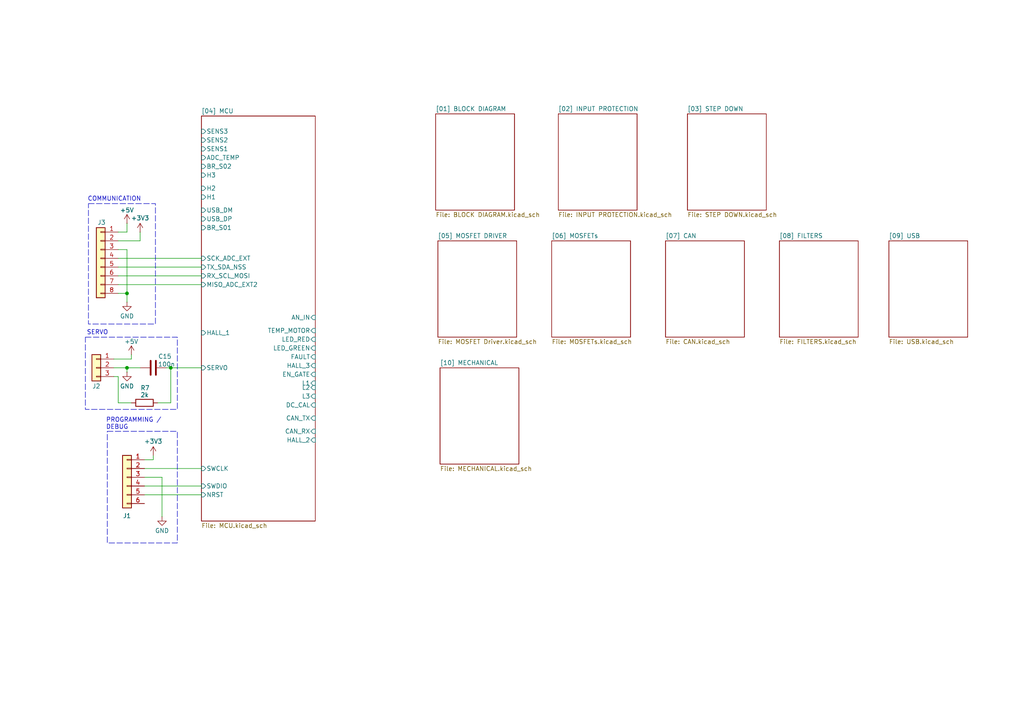
<source format=kicad_sch>
(kicad_sch (version 20231120) (generator "eeschema") (generator_version "8.0")
  (paper "A4")
  (title_block (title "ESC_rev01_1") (date "2024-07-22") (rev "01") (company "matimasat@gmail.com"))
  (lib_symbols
    (symbol "Connector_Generic:Conn_01x03" (pin_names (offset 1.016) hide)
      (property "Reference" "J" (at 0 5.08 0))
      (property "Value" "Conn_01x03" (at 0 -5.08 0))
      (symbol "Conn_01x03_1_1"
        (rectangle (start -1.27 -2.413) (end 0 -2.667) (stroke (width 0.1524)))
        (rectangle (start -1.27 0.127) (end 0 -0.127) (stroke (width 0.1524)))
        (rectangle (start -1.27 2.667) (end 0 2.413) (stroke (width 0.1524)))
        (rectangle (start -1.27 3.81) (end 1.27 -3.81) (stroke (width 0.254)) (fill (type background)))
        (pin passive line (at -5.08 2.54 0) (length 3.81) (name "Pin_1") (number "1"))
        (pin passive line (at -5.08 0 0) (length 3.81) (name "Pin_2") (number "2"))
        (pin passive line (at -5.08 -2.54 0) (length 3.81) (name "Pin_3") (number "3"))
      )
    )
    (symbol "Connector_Generic:Conn_01x06" (pin_names (offset 1.016) hide)
      (property "Reference" "J" (at 0 7.62 0))
      (property "Value" "Conn_01x06" (at 0 -10.16 0))
      (symbol "Conn_01x06_1_1"
        (rectangle (start -1.27 -7.493) (end 0 -7.747) (stroke (width 0.1524)))
        (rectangle (start -1.27 -4.953) (end 0 -5.207) (stroke (width 0.1524)))
        (rectangle (start -1.27 -2.413) (end 0 -2.667) (stroke (width 0.1524)))
        (rectangle (start -1.27 0.127) (end 0 -0.127) (stroke (width 0.1524)))
        (rectangle (start -1.27 2.667) (end 0 2.413) (stroke (width 0.1524)))
        (rectangle (start -1.27 5.207) (end 0 4.953) (stroke (width 0.1524)))
        (rectangle (start -1.27 6.35) (end 1.27 -8.89) (stroke (width 0.254)) (fill (type background)))
        (pin passive line (at -5.08 5.08 0) (length 3.81) (name "Pin_1") (number "1"))
        (pin passive line (at -5.08 2.54 0) (length 3.81) (name "Pin_2") (number "2"))
        (pin passive line (at -5.08 0 0) (length 3.81) (name "Pin_3") (number "3"))
        (pin passive line (at -5.08 -2.54 0) (length 3.81) (name "Pin_4") (number "4"))
        (pin passive line (at -5.08 -5.08 0) (length 3.81) (name "Pin_5") (number "5"))
        (pin passive line (at -5.08 -7.62 0) (length 3.81) (name "Pin_6") (number "6"))
      )
    )
    (symbol "Connector_Generic:Conn_01x08" (pin_names (offset 1.016) hide)
      (property "Reference" "J" (at 0 10.16 0))
      (property "Value" "Conn_01x08" (at 0 -12.7 0))
      (symbol "Conn_01x08_1_1"
        (rectangle (start -1.27 -10.033) (end 0 -10.287) (stroke (width 0.1524)))
        (rectangle (start -1.27 -7.493) (end 0 -7.747) (stroke (width 0.1524)))
        (rectangle (start -1.27 -4.953) (end 0 -5.207) (stroke (width 0.1524)))
        (rectangle (start -1.27 -2.413) (end 0 -2.667) (stroke (width 0.1524)))
        (rectangle (start -1.27 0.127) (end 0 -0.127) (stroke (width 0.1524)))
        (rectangle (start -1.27 2.667) (end 0 2.413) (stroke (width 0.1524)))
        (rectangle (start -1.27 5.207) (end 0 4.953) (stroke (width 0.1524)))
        (rectangle (start -1.27 7.747) (end 0 7.493) (stroke (width 0.1524)))
        (rectangle (start -1.27 8.89) (end 1.27 -11.43) (stroke (width 0.254)) (fill (type background)))
        (pin passive line (at -5.08 7.62 0) (length 3.81) (name "Pin_1") (number "1"))
        (pin passive line (at -5.08 5.08 0) (length 3.81) (name "Pin_2") (number "2"))
        (pin passive line (at -5.08 2.54 0) (length 3.81) (name "Pin_3") (number "3"))
        (pin passive line (at -5.08 0 0) (length 3.81) (name "Pin_4") (number "4"))
        (pin passive line (at -5.08 -2.54 0) (length 3.81) (name "Pin_5") (number "5"))
        (pin passive line (at -5.08 -5.08 0) (length 3.81) (name "Pin_6") (number "6"))
        (pin passive line (at -5.08 -7.62 0) (length 3.81) (name "Pin_7") (number "7"))
        (pin passive line (at -5.08 -10.16 0) (length 3.81) (name "Pin_8") (number "8"))
      )
    )
    (symbol "Device:C" (pin_numbers hide) (pin_names (offset 0.254))
      (property "Reference" "C" (at 0.635 2.54 0))
      (property "Value" "C" (at 0.635 -2.54 0))
      (symbol "C_0_1"
        (polyline (pts (xy -2.032 -0.762) (xy 2.032 -0.762)) (stroke (width 0.508)))
        (polyline (pts (xy -2.032 0.762) (xy 2.032 0.762)) (stroke (width 0.508)))
      )
      (symbol "C_1_1"
        (pin passive line (at 0 3.81 270) (length 2.794) (name "~") (number "1"))
        (pin passive line (at 0 -3.81 90) (length 2.794) (name "~") (number "2"))
      )
    )
    (symbol "Device:R" (pin_numbers hide) (pin_names (offset 0))
      (property "Reference" "R" (at 2.032 0 90))
      (property "Value" "R" (at 0 0 90))
      (symbol "R_0_1"
        (rectangle (start -1.016 -2.54) (end 1.016 2.54) (stroke (width 0.254)))
      )
      (symbol "R_1_1"
        (pin passive line (at 0 3.81 270) (length 1.27) (name "~") (number "1"))
        (pin passive line (at 0 -3.81 90) (length 1.27) (name "~") (number "2"))
      )
    )
    (symbol "power:+3V3" (power) (pin_numbers hide) (pin_names (offset 0) hide)
      (property "Value" "+3V3" (at 0 3.556 0))
      (symbol "+3V3_0_1"
        (polyline (pts (xy -0.762 1.27) (xy 0 2.54)))
        (polyline (pts (xy 0 0) (xy 0 2.54)))
        (polyline (pts (xy 0 2.54) (xy 0.762 1.27)))
      )
      (symbol "+3V3_1_1"
        (pin power_in line (at 0 0 90) (length 0) (name "~") (number "1"))
      )
    )
    (symbol "power:+5V" (power) (pin_numbers hide) (pin_names (offset 0) hide)
      (property "Value" "+5V" (at 0 3.556 0))
      (symbol "+5V_0_1"
        (polyline (pts (xy -0.762 1.27) (xy 0 2.54)))
        (polyline (pts (xy 0 0) (xy 0 2.54)))
        (polyline (pts (xy 0 2.54) (xy 0.762 1.27)))
      )
      (symbol "+5V_1_1"
        (pin power_in line (at 0 0 90) (length 0) (name "~") (number "1"))
      )
    )
    (symbol "power:GND" (power) (pin_numbers hide) (pin_names (offset 0) hide)
      (property "Value" "GND" (at 0 -3.81 0))
      (symbol "GND_0_1"
        (polyline (pts (xy 0 0) (xy 0 -1.27) (xy 1.27 -1.27) (xy 0 -2.54) (xy -1.27 -1.27) (xy 0 -1.27)))
      )
      (symbol "GND_1_1"
        (pin power_in line (at 0 0 270) (length 0) (name "~") (number "1"))
      )
    )
  )
  (junction (at 36.83 85.09))
  (junction (at 49.53 106.68))
  (junction (at 36.83 106.68))
  (wire (pts (xy 41.91 140.97) (xy 58.42 140.97)))
  (wire (pts (xy 49.53 106.68) (xy 58.42 106.68)))
  (wire (pts (xy 38.1 102.87) (xy 38.1 104.14)))
  (wire (pts (xy 46.99 138.43) (xy 46.99 149.86)))
  (wire (pts (xy 34.29 116.84) (xy 38.1 116.84)))
  (wire (pts (xy 33.02 109.22) (xy 34.29 109.22)))
  (wire (pts (xy 36.83 64.77) (xy 36.83 67.31)))
  (wire (pts (xy 34.29 74.93) (xy 58.42 74.93)))
  (wire (pts (xy 36.83 67.31) (xy 34.29 67.31)))
  (wire (pts (xy 49.53 106.68) (xy 48.26 106.68)))
  (wire (pts (xy 45.72 116.84) (xy 49.53 116.84)))
  (wire (pts (xy 36.83 85.09) (xy 36.83 72.39)))
  (wire (pts (xy 41.91 143.51) (xy 58.42 143.51)))
  (wire (pts (xy 41.91 138.43) (xy 46.99 138.43)))
  (wire (pts (xy 41.91 133.35) (xy 44.45 133.35)))
  (wire (pts (xy 36.83 106.68) (xy 40.64 106.68)))
  (wire (pts (xy 40.64 69.85) (xy 34.29 69.85)))
  (wire (pts (xy 36.83 107.95) (xy 36.83 106.68)))
  (wire (pts (xy 33.02 104.14) (xy 38.1 104.14)))
  (wire (pts (xy 34.29 82.55) (xy 58.42 82.55)))
  (wire (pts (xy 34.29 85.09) (xy 36.83 85.09)))
  (wire (pts (xy 36.83 106.68) (xy 33.02 106.68)))
  (wire (pts (xy 36.83 87.63) (xy 36.83 85.09)))
  (wire (pts (xy 34.29 77.47) (xy 58.42 77.47)))
  (wire (pts (xy 34.29 80.01) (xy 58.42 80.01)))
  (wire (pts (xy 44.45 133.35) (xy 44.45 132.08)))
  (wire (pts (xy 36.83 72.39) (xy 34.29 72.39)))
  (wire (pts (xy 34.29 109.22) (xy 34.29 116.84)))
  (wire (pts (xy 40.64 67.31) (xy 40.64 69.85)))
  (wire (pts (xy 41.91 135.89) (xy 58.42 135.89)))
  (wire (pts (xy 49.53 106.68) (xy 49.53 116.84)))
  (rectangle (start 24.765 97.79) (end 51.435 118.745) (stroke (width 0) (type dash)))
  (rectangle (start 25.654 59.055) (end 45.085 93.98) (stroke (width 0) (type dash)))
  (rectangle (start 31.115 125.095) (end 51.435 157.48) (stroke (width 0) (type dash)))
  (text "PROGRAMMING / \nDEBUG" (at 30.734 122.936 0) (effects (font (size 1.27 1.27)) (justify left)))
  (text "COMMUNICATION" (at 25.4 57.785 0) (effects (font (size 1.27 1.27)) (justify left)))
  (text "SERVO" (at 25.146 96.52 0) (effects (font (size 1.27 1.27)) (justify left)))
  (symbol (lib_id "power:+3V3") (at 44.45 132.08 0) (unit 1)
    (property "Reference" "#PWR012" (effects (hide yes)))
    (property "Value" "+3V3" (at 44.45 128.016 0))
    (property "Description" "Power symbol creates a global label with name \"+3V3\"" (effects (hide yes)))
  )
  (symbol (lib_id "power:+3V3") (at 40.64 67.31 0) (unit 1)
    (property "Reference" "#PWR022" (effects (hide yes)))
    (property "Value" "+3V3" (at 40.64 63.246 0))
    (property "Description" "Power symbol creates a global label with name \"+3V3\"" (effects (hide yes)))
  )
  (symbol (lib_id "power:+5V") (at 38.1 102.87 0) (unit 1)
    (property "Reference" "#PWR014" (effects (hide yes)))
    (property "Value" "+5V" (at 38.1 99.06 0))
    (property "Description" "Power symbol creates a global label with name \"+5V\"" (effects (hide yes)))
  )
  (symbol (lib_id "Connector_Generic:Conn_01x03") (at 27.94 106.68 0) (mirror y) (unit 1)
    (property "Reference" "J2" (at 27.94 112.014 0))
    (property "Value" "Conn_01x03" (effects (hide yes)))
    (property "Description" "Generic connector, single row, 01x03, script generated (kicad-library-utils/schlib/autogen/connector/)" (effects (hide yes)))
  )
  (symbol (lib_id "power:GND") (at 36.83 107.95 0) (unit 1)
    (property "Reference" "#PWR016" (effects (hide yes)))
    (property "Value" "GND" (at 36.83 112.014 0))
    (property "Description" "Power symbol creates a global label with name \"GND\" , ground" (effects (hide yes)))
  )
  (symbol (lib_id "power:GND") (at 36.83 87.63 0) (unit 1)
    (property "Reference" "#PWR021" (effects (hide yes)))
    (property "Value" "GND" (at 36.83 91.694 0))
    (property "Description" "Power symbol creates a global label with name \"GND\" , ground" (effects (hide yes)))
  )
  (symbol (lib_id "Connector_Generic:Conn_01x06") (at 36.83 138.43 0) (mirror y) (unit 1)
    (property "Reference" "J1" (at 36.83 149.606 0))
    (property "Value" "Conn_01x06" (effects (hide yes)))
    (property "Description" "Generic connector, single row, 01x06, script generated (kicad-library-utils/schlib/autogen/connector/)" (effects (hide yes)))
  )
  (symbol (lib_id "Device:R") (at 41.91 116.84 90) (unit 1)
    (property "Reference" "R7" (at 43.434 112.522 90) (effects (justify left)))
    (property "Value" "2k" (at 43.18 114.554 90) (effects (justify left)))
    (property "Description" "Resistor" (effects (hide yes)))
  )
  (symbol (lib_id "Connector_Generic:Conn_01x08") (at 29.21 74.93 0) (mirror y) (unit 1)
    (property "Reference" "J3" (at 29.464 64.516 0))
    (property "Value" "Conn_01x08" (effects (hide yes)))
    (property "Description" "Generic connector, single row, 01x08, script generated (kicad-library-utils/schlib/autogen/connector/)" (effects (hide yes)))
  )
  (symbol (lib_id "Device:C") (at 44.45 106.68 90) (unit 1)
    (property "Reference" "C15" (at 49.784 103.378 90) (effects (justify left)))
    (property "Value" "100n" (at 50.8 105.664 90) (effects (justify left)))
    (property "Description" "Unpolarized capacitor" (effects (hide yes)))
  )
  (symbol (lib_id "power:GND") (at 46.99 149.86 0) (unit 1)
    (property "Reference" "#PWR011" (effects (hide yes)))
    (property "Value" "GND" (at 46.99 153.924 0))
    (property "Description" "Power symbol creates a global label with name \"GND\" , ground" (effects (hide yes)))
  )
  (symbol (lib_id "power:+5V") (at 36.83 64.77 0) (unit 1)
    (property "Reference" "#PWR019" (effects (hide yes)))
    (property "Value" "+5V" (at 36.83 60.96 0))
    (property "Description" "Power symbol creates a global label with name \"+5V\"" (effects (hide yes)))
  )
  (sheet (at 257.81 69.85) (size 22.86 27.94) (stroke (width 0.1524))
    (property "Sheetname" "[09] USB" (at 257.81 69.1384 0) (effects (justify left bottom)))
    (property "Sheetfile" "USB.kicad_sch" (at 257.81 98.3746 0) (effects (justify left top)))
  )
  (sheet (at 226.06 69.85) (size 22.86 27.94) (stroke (width 0.1524))
    (property "Sheetname" "[08] FILTERS" (at 226.06 69.1384 0) (effects (justify left bottom)))
    (property "Sheetfile" "FILTERS.kicad_sch" (at 226.06 98.3746 0) (effects (justify left top)))
  )
  (sheet (at 126.365 33.02) (size 22.86 27.94) (stroke (width 0.1524))
    (property "Sheetname" "[01] BLOCK DIAGRAM" (at 126.365 32.3084 0) (effects (justify left bottom)))
    (property "Sheetfile" "BLOCK DIAGRAM.kicad_sch" (at 126.365 61.5446 0) (effects (justify left top)))
  )
  (sheet (at 161.925 33.02) (size 22.86 27.94) (stroke (width 0.1524))
    (property "Sheetname" "[02] INPUT PROTECTION" (at 161.925 32.3084 0) (effects (justify left bottom)))
    (property "Sheetfile" "INPUT PROTECTION.kicad_sch" (at 161.925 61.5446 0) (effects (justify left top)))
  )
  (sheet (at 127.635 106.68) (size 22.86 27.94) (stroke (width 0.1524))
    (property "Sheetname" "[10] MECHANICAL" (at 127.635 105.9684 0) (effects (justify left bottom)))
    (property "Sheetfile" "MECHANICAL.kicad_sch" (at 127.635 135.2046 0) (effects (justify left top)))
  )
  (sheet (at 193.04 69.85) (size 22.86 27.94) (stroke (width 0.1524))
    (property "Sheetname" "[07] CAN" (at 193.04 69.1384 0) (effects (justify left bottom)))
    (property "Sheetfile" "CAN.kicad_sch" (at 193.04 98.3746 0) (effects (justify left top)))
  )
  (sheet (at 160.02 69.85) (size 22.86 27.94) (stroke (width 0.1524))
    (property "Sheetname" "[06] MOSFETs" (at 160.02 69.1384 0) (effects (justify left bottom)))
    (property "Sheetfile" "MOSFETs.kicad_sch" (at 160.02 98.3746 0) (effects (justify left top)))
  )
  (sheet (at 58.42 33.655) (size 33.02 117.475) (stroke (width 0.1524))
    (property "Sheetname" "[04] MCU" (at 58.42 32.9434 0) (effects (justify left bottom)))
    (property "Sheetfile" "MCU.kicad_sch" (at 58.42 151.7146 0) (effects (justify left top)))
    (pin "SENS3" input (at 58.42 38.1 180))
    (pin "SENS2" input (at 58.42 40.64 180))
    (pin "SENS1" input (at 58.42 43.18 180))
    (pin "ADC_TEMP" input (at 58.42 45.72 180))
    (pin "TX_SDA_NSS" input (at 58.42 77.47 180))
    (pin "SCK_ADC_EXT" input (at 58.42 74.93 180))
    (pin "MISO_ADC_EXT2" input (at 58.42 82.55 180))
    (pin "RX_SCL_MOSI" input (at 58.42 80.01 180))
    (pin "H3" input (at 58.42 50.8 180))
    (pin "H2" input (at 58.42 54.61 180))
    (pin "H1" input (at 58.42 57.15 180))
    (pin "USB_DM" input (at 58.42 60.96 180))
    (pin "USB_DP" input (at 58.42 63.5 180))
    (pin "BR_S02" input (at 58.42 48.26 180))
    (pin "BR_S01" input (at 58.42 66.04 180))
    (pin "SERVO" input (at 58.42 106.68 180))
    (pin "HALL_1" input (at 58.42 96.52 180))
    (pin "HALL_2" input (at 91.44 127.635 0))
    (pin "CAN_RX" input (at 91.44 125.095 0))
    (pin "CAN_TX" input (at 91.44 121.285 0))
    (pin "DC_CAL" input (at 91.44 117.475 0))
    (pin "L3" input (at 91.44 114.935 0))
    (pin "L2" input (at 91.44 112.395 0))
    (pin "L1" input (at 91.44 111.125 0))
    (pin "EN_GATE" input (at 91.44 108.585 0))
    (pin "HALL_3" input (at 91.44 106.045 0))
    (pin "FAULT" input (at 91.44 103.505 0))
    (pin "LED_GREEN" input (at 91.44 100.965 0))
    (pin "LED_RED" input (at 91.44 98.425 0))
    (pin "TEMP_MOTOR" input (at 91.44 95.885 0))
    (pin "AN_IN" input (at 91.44 92.075 0))
    (pin "SWDIO" input (at 58.42 140.97 180))
    (pin "SWCLK" input (at 58.42 135.89 180))
    (pin "NRST" input (at 58.42 143.51 180))
  )
  (sheet (at 127 69.85) (size 22.86 27.94) (stroke (width 0.1524))
    (property "Sheetname" "[05] MOSFET DRIVER" (at 127 69.1384 0) (effects (justify left bottom)))
    (property "Sheetfile" "MOSFET Driver.kicad_sch" (at 127 98.3746 0) (effects (justify left top)))
  )
  (sheet (at 199.39 33.02) (size 22.86 27.94) (stroke (width 0.1524))
    (property "Sheetname" "[03] STEP DOWN" (at 199.39 32.3084 0) (effects (justify left bottom)))
    (property "Sheetfile" "STEP DOWN.kicad_sch" (at 199.39 61.5446 0) (effects (justify left top)))
  )
)
</source>
